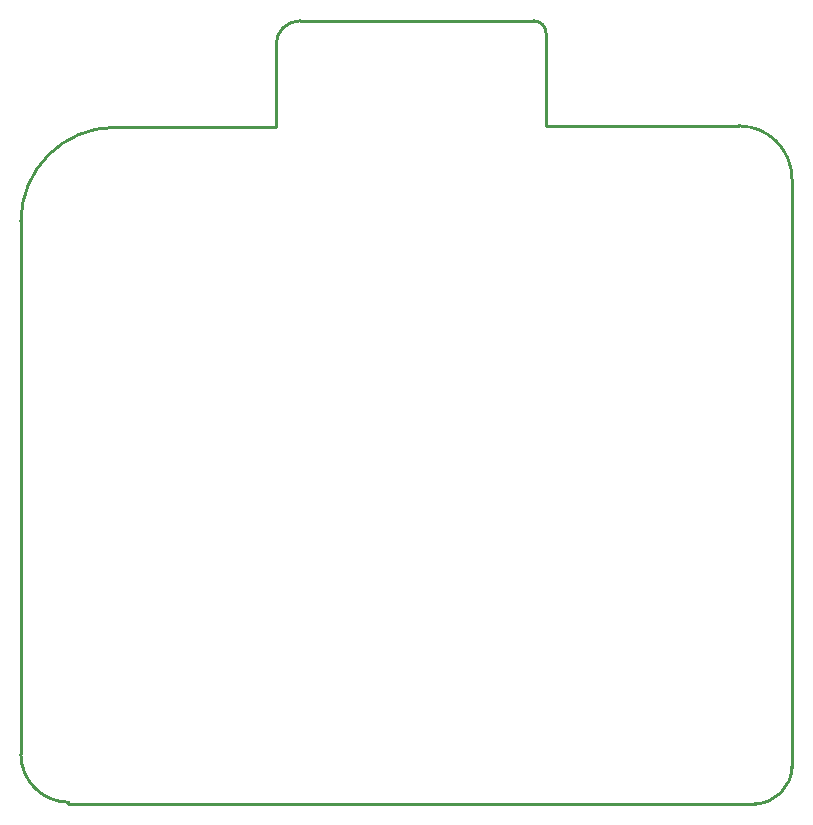
<source format=gko>
G04*
G04 #@! TF.GenerationSoftware,Altium Limited,Altium Designer,19.0.11 (319)*
G04*
G04 Layer_Color=16711935*
%FSLAX24Y24*%
%MOIN*%
G70*
G01*
G75*
%ADD10C,0.0100*%
D10*
X9550Y26150D02*
G03*
X8750Y25350I0J-800D01*
G01*
X17750Y25738D02*
G03*
X17337Y26150I-413J0D01*
G01*
X25950Y20879D02*
G03*
X24179Y22650I-1771J0D01*
G01*
X3387Y22600D02*
G03*
X246Y19459I0J-3141D01*
G01*
X246Y1707D02*
G03*
X1854Y98I1608J0D01*
G01*
X24700Y50D02*
G03*
X25950Y1300I0J1250D01*
G01*
X8750Y22600D02*
Y25350D01*
X9550Y26150D02*
X17337D01*
X17750Y22650D02*
Y25738D01*
X23600Y22650D02*
X24179D01*
X17750D02*
X23600D01*
X246Y19600D02*
X246Y1707D01*
X3387Y22600D02*
X8750Y22600D01*
X25950Y20879D02*
X25950Y1250D01*
X1804Y48D02*
X24750Y48D01*
M02*

</source>
